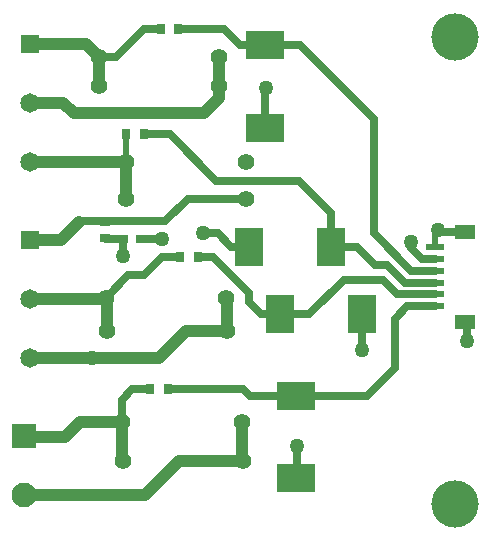
<source format=gtl>
G04*
G04 #@! TF.GenerationSoftware,Altium Limited,Altium Designer,18.1.7 (191)*
G04*
G04 Layer_Physical_Order=1*
G04 Layer_Color=255*
%FSLAX25Y25*%
%MOIN*%
G70*
G01*
G75*
%ADD12C,0.01000*%
%ADD28R,0.02756X0.03543*%
%ADD29R,0.12992X0.09449*%
%ADD30R,0.09449X0.12992*%
%ADD31R,0.03543X0.02756*%
%ADD32R,0.03543X0.03150*%
%ADD33R,0.06102X0.02362*%
%ADD34R,0.07087X0.04724*%
%ADD35C,0.04000*%
%ADD36C,0.02500*%
%ADD37C,0.02000*%
%ADD38C,0.15748*%
%ADD39C,0.05512*%
%ADD40C,0.08268*%
%ADD41R,0.08268X0.08268*%
%ADD42C,0.06496*%
%ADD43R,0.06496X0.06496*%
%ADD44C,0.05000*%
D12*
X195000Y430000D02*
X197000Y432000D01*
X162000Y416547D02*
X162000Y416547D01*
X203256Y466756D02*
X203500Y467000D01*
X260012Y418512D02*
X261000Y419500D01*
X261539Y418961D01*
X156000Y416457D02*
X156090Y416547D01*
X235500Y391319D02*
X235681Y391500D01*
X269953Y389039D02*
X270500Y388492D01*
X213500Y336819D02*
X214000Y337319D01*
X150000Y416874D02*
X150327Y416547D01*
X190217Y397000D02*
X190681Y396535D01*
X150216Y397000D02*
X150681Y396535D01*
X149716Y396500D02*
X150216Y397000D01*
X157000Y451453D02*
X157047Y451500D01*
X156815Y442315D02*
X157000Y442130D01*
D28*
X171000Y366587D02*
D03*
X165094D02*
D03*
X168547Y486500D02*
D03*
X174453D02*
D03*
X180953Y410500D02*
D03*
X175047D02*
D03*
X162953Y451500D02*
D03*
X157047D02*
D03*
D29*
X213500Y364181D02*
D03*
Y336819D02*
D03*
X203256Y453724D02*
D03*
Y481087D02*
D03*
D30*
X208319Y391500D02*
D03*
X235681D02*
D03*
X225181Y414000D02*
D03*
X197819D02*
D03*
D31*
X162000Y416547D02*
D03*
Y422453D02*
D03*
X156090Y422453D02*
D03*
Y416547D02*
D03*
D32*
X150000Y422386D02*
D03*
Y416874D02*
D03*
D33*
X260012Y405969D02*
D03*
Y409905D02*
D03*
Y413842D02*
D03*
Y402032D02*
D03*
Y398095D02*
D03*
Y394158D02*
D03*
D34*
X269953Y418961D02*
D03*
Y389039D02*
D03*
D35*
X155500Y343000D02*
Y355658D01*
Y343000D02*
X156000Y342500D01*
X123000Y331157D02*
X163157D01*
X174500Y342500D01*
X123000Y350842D02*
X123343Y350500D01*
X136500D01*
X141657Y355658D01*
X125000Y376815D02*
X167815D01*
X177000Y386000D01*
X188000Y463500D02*
Y467500D01*
X183000Y458500D02*
X188000Y463500D01*
X139500Y458500D02*
X183000D01*
X190681Y386000D02*
Y396535D01*
X174500Y342500D02*
X196000D01*
X177000Y386000D02*
X190681D01*
X150681D02*
Y396535D01*
X125000Y396500D02*
X149716D01*
X135185Y416185D02*
X141250Y422250D01*
X125000Y416185D02*
X135185D01*
X157000Y430000D02*
Y442130D01*
X125000Y442315D02*
X156815D01*
X148000Y467500D02*
Y477256D01*
X188000Y467500D02*
Y477256D01*
X136000Y462000D02*
X139500Y458500D01*
X125000Y462000D02*
X136000D01*
X143571Y481685D02*
X148000Y477256D01*
X125000Y481685D02*
X143571D01*
X141657Y355658D02*
X155500D01*
X195500Y343000D02*
Y355658D01*
Y343000D02*
X196000Y342500D01*
D36*
X155500Y363000D02*
X159087Y366587D01*
X155500Y355658D02*
Y363000D01*
X197819Y395681D02*
Y398681D01*
X186000Y410500D02*
X197819Y398681D01*
X180953Y410500D02*
X186000D01*
X202000Y391500D02*
X208319D01*
X197819Y395681D02*
X202000Y391500D01*
X214913Y481087D02*
X239500Y456500D01*
Y418500D02*
Y456500D01*
Y418500D02*
X252031Y405969D01*
X142000Y422500D02*
X170000D01*
X252000Y413500D02*
Y415500D01*
Y413500D02*
X255594Y409905D01*
X260012D01*
X162000Y416547D02*
X169000D01*
X156000Y411000D02*
Y416457D01*
X150216Y397000D02*
X157717Y404500D01*
X163000D01*
X169000Y410500D01*
X203256Y453724D02*
Y466756D01*
X261539Y418961D02*
X269953D01*
X150327Y416547D02*
X156090D01*
X192000Y414000D02*
X197819D01*
X187500Y418500D02*
X192000Y414000D01*
X182500Y418500D02*
X187500D01*
X235500Y379500D02*
Y391319D01*
X270500Y382500D02*
Y388492D01*
X214000Y337319D02*
Y347500D01*
X159087Y366587D02*
X165094D01*
X246500Y390000D02*
X250658Y394158D01*
X246500Y373500D02*
Y390000D01*
X237181Y364181D02*
X246500Y373500D01*
X250658Y394158D02*
X260012D01*
X213500Y364181D02*
X237181D01*
X252031Y405969D02*
X260012D01*
X214494Y436006D02*
X225181Y425319D01*
Y414000D02*
Y425319D01*
X249874Y402032D02*
X260012D01*
X243905Y408000D02*
X249874Y402032D01*
X240000Y408000D02*
X243905D01*
X247406Y398095D02*
X260012D01*
X242500Y403000D02*
X247406Y398095D01*
X229500Y403000D02*
X242500D01*
X218000Y391500D02*
X229500Y403000D01*
X208319Y391500D02*
X218000D01*
X234000Y414000D02*
X240000Y408000D01*
X203256Y481087D02*
X214913D01*
X198319Y364181D02*
X213500D01*
X195913Y366587D02*
X198319Y364181D01*
X171000Y366587D02*
X195913D01*
X225181Y414000D02*
X234000D01*
X169000Y410500D02*
X175047D01*
X186994Y436006D02*
X214494D01*
X177500Y430000D02*
X195000D01*
X170000Y422500D02*
X177500Y430000D01*
X171500Y451500D02*
X186994Y436006D01*
X162953Y451500D02*
X171500D01*
X194913Y481087D02*
X203256D01*
X189500Y486500D02*
X194913Y481087D01*
X174453Y486500D02*
X189500D01*
X153756Y477256D02*
X163000Y486500D01*
X148000Y477256D02*
X153756D01*
X163000Y486500D02*
X168547D01*
D37*
X260012Y413842D02*
Y418512D01*
X157000Y442130D02*
Y451453D01*
D38*
X266500Y328400D02*
D03*
Y484000D02*
D03*
D39*
X156000Y342500D02*
D03*
X196000D02*
D03*
X155500Y355658D02*
D03*
X195500D02*
D03*
X150681Y386000D02*
D03*
X190681D02*
D03*
X157000Y430000D02*
D03*
X197000D02*
D03*
X148000Y477256D02*
D03*
X188000D02*
D03*
X150216Y397000D02*
D03*
X190217D02*
D03*
X157000Y442130D02*
D03*
X197000D02*
D03*
X148000Y467500D02*
D03*
X188000D02*
D03*
D40*
X123000Y331157D02*
D03*
D41*
Y350842D02*
D03*
D42*
X125000Y442315D02*
D03*
Y462000D02*
D03*
Y396500D02*
D03*
Y376815D02*
D03*
D43*
Y481685D02*
D03*
Y416185D02*
D03*
D44*
X252000Y415500D02*
D03*
X169000Y416547D02*
D03*
X156000Y411000D02*
D03*
X145500Y377000D02*
D03*
X203500Y467000D02*
D03*
X261000Y419500D02*
D03*
X182500Y418500D02*
D03*
X270500Y382500D02*
D03*
X235500Y379500D02*
D03*
X214000Y347500D02*
D03*
M02*

</source>
